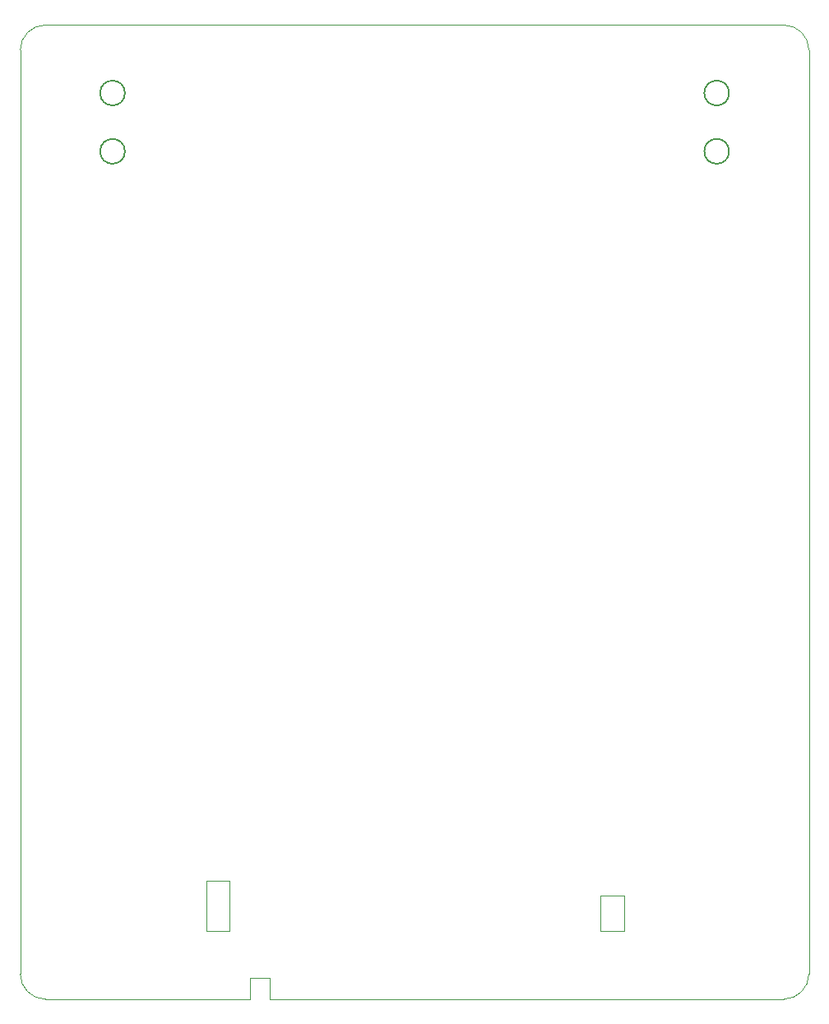
<source format=gbr>
%TF.GenerationSoftware,KiCad,Pcbnew,8.0.1*%
%TF.CreationDate,2024-03-23T09:32:29-06:00*%
%TF.ProjectId,underglow3,756e6465-7267-46c6-9f77-332e6b696361,rev?*%
%TF.SameCoordinates,Original*%
%TF.FileFunction,Profile,NP*%
%FSLAX46Y46*%
G04 Gerber Fmt 4.6, Leading zero omitted, Abs format (unit mm)*
G04 Created by KiCad (PCBNEW 8.0.1) date 2024-03-23 09:32:29*
%MOMM*%
%LPD*%
G01*
G04 APERTURE LIST*
%TA.AperFunction,Profile*%
%ADD10C,0.100000*%
%TD*%
%TA.AperFunction,Profile*%
%ADD11C,0.160000*%
%TD*%
G04 APERTURE END LIST*
D10*
X56100000Y7300000D02*
X58500000Y7300000D01*
X58500000Y3600000D01*
X56100000Y3600000D01*
X56100000Y7300000D01*
D11*
X69309548Y89818754D02*
G75*
G02*
X66759548Y89818754I-1275000J0D01*
G01*
X66759548Y89818754D02*
G75*
G02*
X69309548Y89818754I1275000J0D01*
G01*
D10*
X-1065452Y-3381246D02*
X20000000Y-3381246D01*
D11*
X7109547Y83818754D02*
G75*
G02*
X4559547Y83818754I-1275000J0D01*
G01*
X4559547Y83818754D02*
G75*
G02*
X7109547Y83818754I1275000J0D01*
G01*
D10*
X77534548Y-781246D02*
X77534548Y94218754D01*
X-3665452Y94218754D02*
G75*
G02*
X-1065452Y96818706I2599952J0D01*
G01*
X-1065452Y-3381246D02*
G75*
G02*
X-3665500Y-781246I-48J2600000D01*
G01*
X-1065452Y96818754D02*
X74925000Y96818754D01*
X74934548Y96818754D02*
G75*
G02*
X77534500Y94218754I-48J-2600000D01*
G01*
X77534548Y-781246D02*
G75*
G02*
X74934548Y-3381294I-2600048J0D01*
G01*
D11*
X69309548Y83818754D02*
G75*
G02*
X66759548Y83818754I-1275000J0D01*
G01*
X66759548Y83818754D02*
G75*
G02*
X69309548Y83818754I1275000J0D01*
G01*
D10*
X20000000Y-1200000D02*
X22000000Y-1200000D01*
X22000000Y-1200000D02*
X22000000Y-3380000D01*
X74934548Y-3381246D02*
X22000000Y-3381246D01*
X15500000Y8800000D02*
X17900000Y8800000D01*
X17900000Y3600000D01*
X15500000Y3600000D01*
X15500000Y8800000D01*
X-3665452Y94218754D02*
X-3665452Y-775000D01*
D11*
X7109547Y89818754D02*
G75*
G02*
X4559547Y89818754I-1275000J0D01*
G01*
X4559547Y89818754D02*
G75*
G02*
X7109547Y89818754I1275000J0D01*
G01*
D10*
X20000000Y-3380000D02*
X20000000Y-1200000D01*
M02*

</source>
